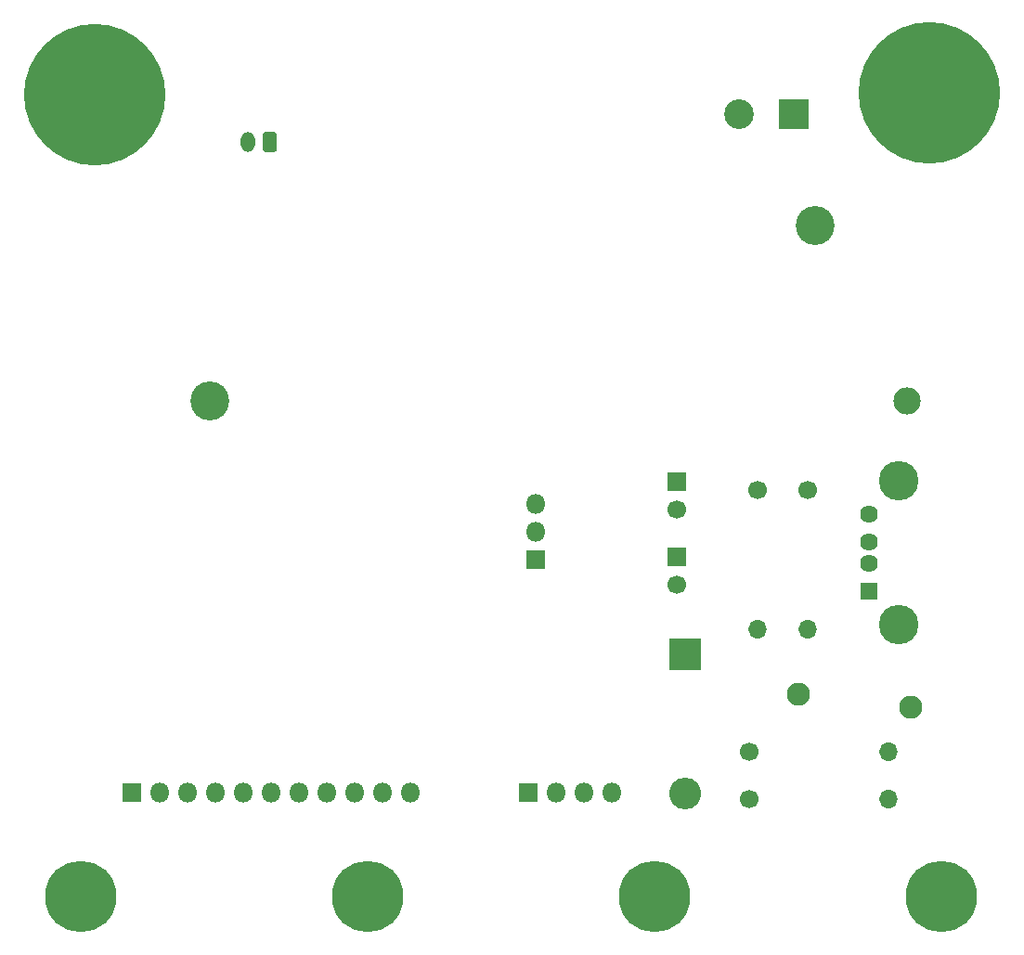
<source format=gbr>
%TF.GenerationSoftware,KiCad,Pcbnew,5.1.6-c6e7f7d~87~ubuntu18.04.1*%
%TF.CreationDate,2021-10-05T10:28:48-04:00*%
%TF.ProjectId,boosta,626f6f73-7461-42e6-9b69-6361645f7063,rev?*%
%TF.SameCoordinates,Original*%
%TF.FileFunction,Soldermask,Bot*%
%TF.FilePolarity,Negative*%
%FSLAX46Y46*%
G04 Gerber Fmt 4.6, Leading zero omitted, Abs format (unit mm)*
G04 Created by KiCad (PCBNEW 5.1.6-c6e7f7d~87~ubuntu18.04.1) date 2021-10-05 10:28:48*
%MOMM*%
%LPD*%
G01*
G04 APERTURE LIST*
%ADD10C,6.500000*%
%ADD11C,2.700000*%
%ADD12R,2.700000X2.700000*%
%ADD13C,2.490000*%
%ADD14C,3.550000*%
%ADD15O,1.700000X1.700000*%
%ADD16C,1.700000*%
%ADD17O,2.900000X2.900000*%
%ADD18R,2.900000X2.900000*%
%ADD19R,1.700000X1.700000*%
%ADD20O,1.300000X1.850000*%
%ADD21O,1.800000X1.800000*%
%ADD22R,1.800000X1.800000*%
%ADD23C,2.110000*%
%ADD24C,1.000000*%
%ADD25C,12.900000*%
%ADD26C,1.624000*%
%ADD27R,1.624000X1.624000*%
%ADD28C,3.600000*%
G04 APERTURE END LIST*
D10*
%TO.C,H5*%
X89408000Y-158750000D03*
%TD*%
%TO.C,H4*%
X63246000Y-158750000D03*
%TD*%
%TO.C,H6*%
X115570000Y-158750000D03*
%TD*%
%TO.C,H3*%
X37084000Y-158750000D03*
%TD*%
D11*
%TO.C,J4*%
X97108000Y-87376000D03*
D12*
X102108000Y-87376000D03*
%TD*%
D13*
%TO.C,BT1*%
X112460000Y-113530000D03*
D14*
X104130000Y-97530000D03*
X48930000Y-113530000D03*
%TD*%
D15*
%TO.C,R4*%
X110744000Y-149860000D03*
D16*
X98044000Y-149860000D03*
%TD*%
D15*
%TO.C,R3*%
X103378000Y-134366000D03*
D16*
X103378000Y-121666000D03*
%TD*%
D15*
%TO.C,R2*%
X110744000Y-145542000D03*
D16*
X98044000Y-145542000D03*
%TD*%
D15*
%TO.C,R1*%
X98806000Y-134366000D03*
D16*
X98806000Y-121666000D03*
%TD*%
D17*
%TO.C,D1*%
X92202000Y-149352000D03*
D18*
X92202000Y-136652000D03*
%TD*%
D16*
%TO.C,C2*%
X91440000Y-123404000D03*
D19*
X91440000Y-120904000D03*
%TD*%
D16*
%TO.C,C1*%
X91440000Y-130262000D03*
D19*
X91440000Y-127762000D03*
%TD*%
%TO.C,J2*%
G36*
G01*
X55006000Y-89261832D02*
X55006000Y-90570168D01*
G75*
G02*
X54735168Y-90841000I-270832J0D01*
G01*
X53976832Y-90841000D01*
G75*
G02*
X53706000Y-90570168I0J270832D01*
G01*
X53706000Y-89261832D01*
G75*
G02*
X53976832Y-88991000I270832J0D01*
G01*
X54735168Y-88991000D01*
G75*
G02*
X55006000Y-89261832I0J-270832D01*
G01*
G37*
D20*
X52356000Y-89916000D03*
%TD*%
D21*
%TO.C,J1*%
X85540000Y-149234000D03*
X83000000Y-149234000D03*
X80460000Y-149234000D03*
D22*
X77920000Y-149234000D03*
%TD*%
D23*
%TO.C,F1*%
X102576000Y-140278000D03*
X112776000Y-141478000D03*
%TD*%
D21*
%TO.C,J7*%
X67140000Y-149260000D03*
X64600000Y-149260000D03*
X62060000Y-149260000D03*
X59520000Y-149260000D03*
X56980000Y-149260000D03*
X54440000Y-149260000D03*
X51900000Y-149260000D03*
X49360000Y-149260000D03*
X46820000Y-149260000D03*
X44280000Y-149260000D03*
D22*
X41740000Y-149260000D03*
%TD*%
D24*
%TO.C,H2*%
X117894113Y-82225887D03*
X114500000Y-80820000D03*
X111105887Y-82225887D03*
X109700000Y-85620000D03*
X111105887Y-89014113D03*
X114500000Y-90420000D03*
X117894113Y-89014113D03*
X119300000Y-85620000D03*
D25*
X114500000Y-85450000D03*
%TD*%
%TO.C,H1*%
X38430000Y-85620000D03*
D24*
X43230000Y-85620000D03*
X41824113Y-89014113D03*
X38430000Y-90420000D03*
X35035887Y-89014113D03*
X33630000Y-85620000D03*
X35035887Y-82225887D03*
X38430000Y-80820000D03*
X41824113Y-82225887D03*
%TD*%
D26*
%TO.C,J6*%
X108980000Y-123880000D03*
X108980000Y-126380000D03*
X108980000Y-128380000D03*
D27*
X108980000Y-130880000D03*
D28*
X111690000Y-133950000D03*
X111690000Y-120810000D03*
%TD*%
D21*
%TO.C,J3*%
X78604000Y-122936000D03*
X78604000Y-125476000D03*
D22*
X78604000Y-128016000D03*
%TD*%
M02*

</source>
